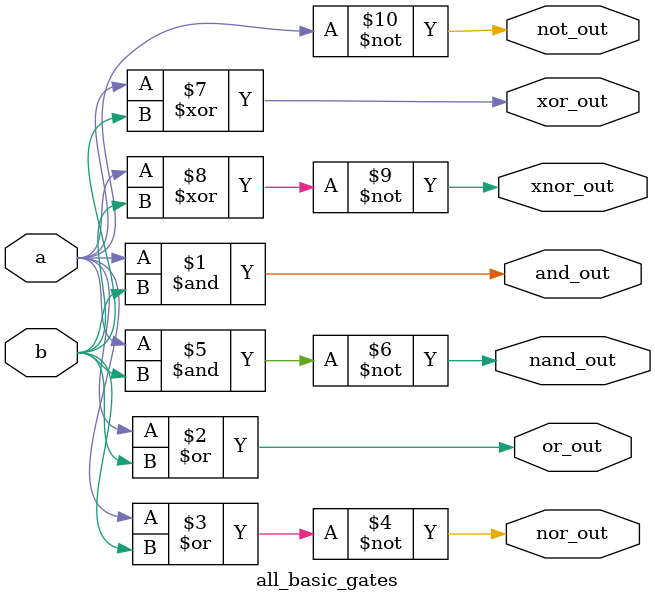
<source format=v>
module all_basic_gates(input wire a,b, output wire and_out,or_out,not_out,nand_out,nor_out,xor_out,xnor_out);
and(and_out,a,b);
or(or_out,a,b);
not(not_out,a);
nor(nor_out,a,b);
nand(nand_out,a,b);
xor(xor_out,a,b);
xnor(xnor_out,a,b);
endmodule

</source>
